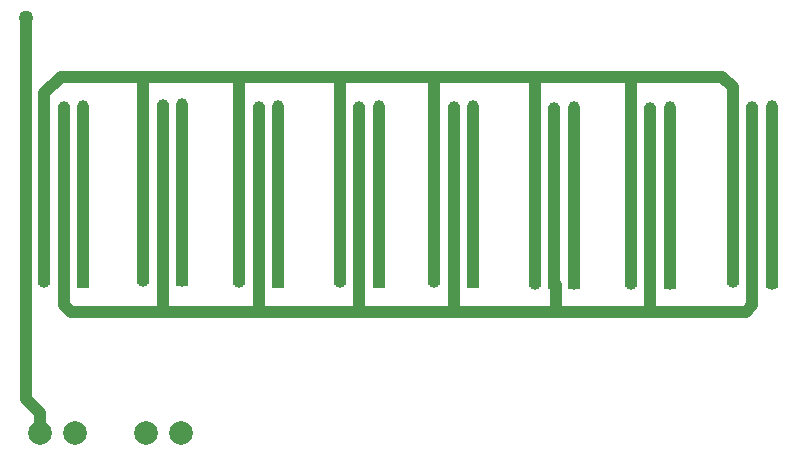
<source format=gbr>
%TF.GenerationSoftware,Altium Limited,Altium Designer,24.3.1 (35)*%
G04 Layer_Physical_Order=2*
G04 Layer_Color=16711680*
%FSLAX45Y45*%
%MOMM*%
%TF.SameCoordinates,A20972E9-028A-4597-9386-5314E3457622*%
%TF.FilePolarity,Positive*%
%TF.FileFunction,Copper,L2,Bot,Signal*%
%TF.Part,Single*%
G01*
G75*
%TA.AperFunction,Conductor*%
%ADD11C,1.00000*%
%TA.AperFunction,ViaPad*%
%ADD13C,1.00000*%
%ADD14C,2.00000*%
%ADD15C,1.27000*%
G36*
X1130300Y1765300D02*
X1028700D01*
Y3314700D01*
X1130300D01*
Y1765300D01*
D02*
G37*
G36*
X292100Y1752600D02*
X190500D01*
Y3302000D01*
X292100D01*
Y1752600D01*
D02*
G37*
G36*
X1459036Y1744000D02*
X1357436D01*
Y3293400D01*
X1459036D01*
Y1744000D01*
D02*
G37*
G36*
X1293936D02*
X1192336D01*
Y3293400D01*
X1293936D01*
Y1744000D01*
D02*
G37*
G36*
X620836Y1731300D02*
X519236D01*
Y3280700D01*
X620836D01*
Y1731300D01*
D02*
G37*
G36*
X455736D02*
X354136D01*
Y3280700D01*
X455736D01*
Y1731300D01*
D02*
G37*
G36*
X2794000Y1752600D02*
X2692400D01*
Y3302000D01*
X2794000D01*
Y1752600D01*
D02*
G37*
G36*
X1943100D02*
X1841500D01*
Y3302000D01*
X1943100D01*
Y1752600D01*
D02*
G37*
G36*
X3122736Y1731300D02*
X3021136D01*
Y3280700D01*
X3122736D01*
Y1731300D01*
D02*
G37*
G36*
X2957636D02*
X2856036D01*
Y3280700D01*
X2957636D01*
Y1731300D01*
D02*
G37*
G36*
X2271836D02*
X2170236D01*
Y3280700D01*
X2271836D01*
Y1731300D01*
D02*
G37*
G36*
X2106736D02*
X2005136D01*
Y3280700D01*
X2106736D01*
Y1731300D01*
D02*
G37*
G36*
X3594100Y1752600D02*
X3492500D01*
Y3302000D01*
X3594100D01*
Y1752600D01*
D02*
G37*
G36*
X4445000Y1739900D02*
X4343400D01*
Y3289300D01*
X4445000D01*
Y1739900D01*
D02*
G37*
G36*
X3922836Y1731300D02*
X3821236D01*
Y3280700D01*
X3922836D01*
Y1731300D01*
D02*
G37*
G36*
X3757736D02*
X3656136D01*
Y3280700D01*
X3757736D01*
Y1731300D01*
D02*
G37*
G36*
X4773736Y1718600D02*
X4672136D01*
Y3268000D01*
X4773736D01*
Y1718600D01*
D02*
G37*
G36*
X4608636D02*
X4507036D01*
Y3268000D01*
X4608636D01*
Y1718600D01*
D02*
G37*
G36*
X6121400Y1752600D02*
X6019800D01*
Y3302000D01*
X6121400D01*
Y1752600D01*
D02*
G37*
G36*
X5257800Y1739900D02*
X5156200D01*
Y3289300D01*
X5257800D01*
Y1739900D01*
D02*
G37*
G36*
X6450136Y1731300D02*
X6348536D01*
Y3280700D01*
X6450136D01*
Y1731300D01*
D02*
G37*
G36*
X6285036D02*
X6183436D01*
Y3280700D01*
X6285036D01*
Y1731300D01*
D02*
G37*
G36*
X5586536Y1718600D02*
X5484936D01*
Y3268000D01*
X5586536D01*
Y1718600D01*
D02*
G37*
G36*
X5421436D02*
X5319836D01*
Y3268000D01*
X5421436D01*
Y1718600D01*
D02*
G37*
D11*
X200000Y500000D02*
Y676300D01*
X241300Y3378200D02*
X381000Y3517900D01*
X241300Y3263900D02*
Y3378200D01*
X381000Y3517900D02*
X1079500D01*
X406400Y1582579D02*
X464979Y1524000D01*
X406400Y1582579D02*
Y1778000D01*
X464979Y1524000D02*
X1244600D01*
Y1790700D01*
X88900Y787400D02*
Y4013200D01*
Y787400D02*
X200000Y676300D01*
X4572000Y1524000D02*
X5372100D01*
X3695700D02*
X4572000D01*
Y1752600D01*
X4559300Y1765300D02*
X4572000Y1752600D01*
X2908300Y1524000D02*
X3695700D01*
X3708400Y1536700D02*
Y1778000D01*
X3695700Y1524000D02*
X3708400Y1536700D01*
X5194300Y3517900D02*
X5981700D01*
X6070600Y3263900D02*
Y3429000D01*
X5981700Y3517900D02*
X6070600Y3429000D01*
X5207000Y3251200D02*
Y3505200D01*
X4394200Y3517900D02*
X5194300D01*
X5207000Y3505200D01*
X2032000Y1524000D02*
X2908300D01*
X1244600D02*
X2032000D01*
X2057400Y1549400D02*
Y1778000D01*
X2032000Y1524000D02*
X2057400Y1549400D01*
X5372100Y1524000D02*
Y1765300D01*
X2908300Y1524000D02*
X2908300Y1524000D01*
Y1778000D01*
X5372100Y1524000D02*
X6177121D01*
X5372100D02*
X5372100Y1524000D01*
X6235700Y1582579D02*
Y1778000D01*
X6177121Y1524000D02*
X6235700Y1582579D01*
X1079500Y3517900D02*
X1905000D01*
X1079500Y3276600D02*
Y3517900D01*
X1905000D02*
X2730500D01*
X1892300Y3505200D02*
X1905000Y3517900D01*
X1892300Y3263900D02*
Y3505200D01*
X2730500Y3517900D02*
X3556000D01*
X2730500D02*
X2743200Y3505200D01*
Y3263900D02*
Y3505200D01*
X3556000Y3517900D02*
X4394200D01*
X3543300Y3263900D02*
Y3505200D01*
X3556000Y3517900D01*
X4394200Y3251200D02*
Y3517900D01*
D13*
X571500Y1778000D02*
D03*
X5372100Y3251200D02*
D03*
X5534798Y3258810D02*
D03*
X569098Y3271510D02*
D03*
X1079500Y1790700D02*
D03*
X6235700Y1778000D02*
D03*
X6400800Y1765300D02*
D03*
X6398398Y2522210D02*
D03*
X6233298D02*
D03*
X6070600Y3263900D02*
D03*
X6235700D02*
D03*
X6398398Y3271510D02*
D03*
X6070600Y1778000D02*
D03*
Y2527300D02*
D03*
X5534798Y2509510D02*
D03*
X5369698D02*
D03*
X5207000Y3251200D02*
D03*
Y1765300D02*
D03*
X5372100D02*
D03*
X5537200D02*
D03*
X5207000Y2514600D02*
D03*
X4721998Y2509510D02*
D03*
X4556898D02*
D03*
X4394200Y3251200D02*
D03*
X4559300D02*
D03*
X4721998Y3258810D02*
D03*
X4394200Y1765300D02*
D03*
X4559300D02*
D03*
X4724400D02*
D03*
X4394200Y2514600D02*
D03*
X3871098Y2522210D02*
D03*
X3705998D02*
D03*
X3543300Y3263900D02*
D03*
X3708400D02*
D03*
X3871098Y3271510D02*
D03*
X3543300Y1778000D02*
D03*
X3708400D02*
D03*
X3873500D02*
D03*
X3543300Y2527300D02*
D03*
X3070998Y2522210D02*
D03*
X2905898D02*
D03*
X2743200Y3263900D02*
D03*
X2908300D02*
D03*
X3070998Y3271510D02*
D03*
X2743200Y1778000D02*
D03*
X2908300D02*
D03*
X3073400D02*
D03*
X2743200Y2527300D02*
D03*
X2220098Y2522210D02*
D03*
X2054998D02*
D03*
X1892300Y3263900D02*
D03*
X2057400D02*
D03*
X2220098Y3271510D02*
D03*
X1892300Y1778000D02*
D03*
X2057400D02*
D03*
X2222500D02*
D03*
X1892300Y2527300D02*
D03*
X1407298Y2534910D02*
D03*
X1242198D02*
D03*
X1079500Y3276600D02*
D03*
X1244600D02*
D03*
X1407298Y3284210D02*
D03*
X1244600Y1790700D02*
D03*
X1409700D02*
D03*
X1079500Y2540000D02*
D03*
X241300Y2527300D02*
D03*
X406400Y1778000D02*
D03*
X241300D02*
D03*
X406400Y3263900D02*
D03*
X241300D02*
D03*
X403998Y2522210D02*
D03*
X569098D02*
D03*
D14*
X1100000Y500000D02*
D03*
X1400000D02*
D03*
X200000D02*
D03*
X500000D02*
D03*
D15*
X88900Y4013200D02*
D03*
%TF.MD5,8bda3275630f7ef169ed22403290890a*%
M02*

</source>
